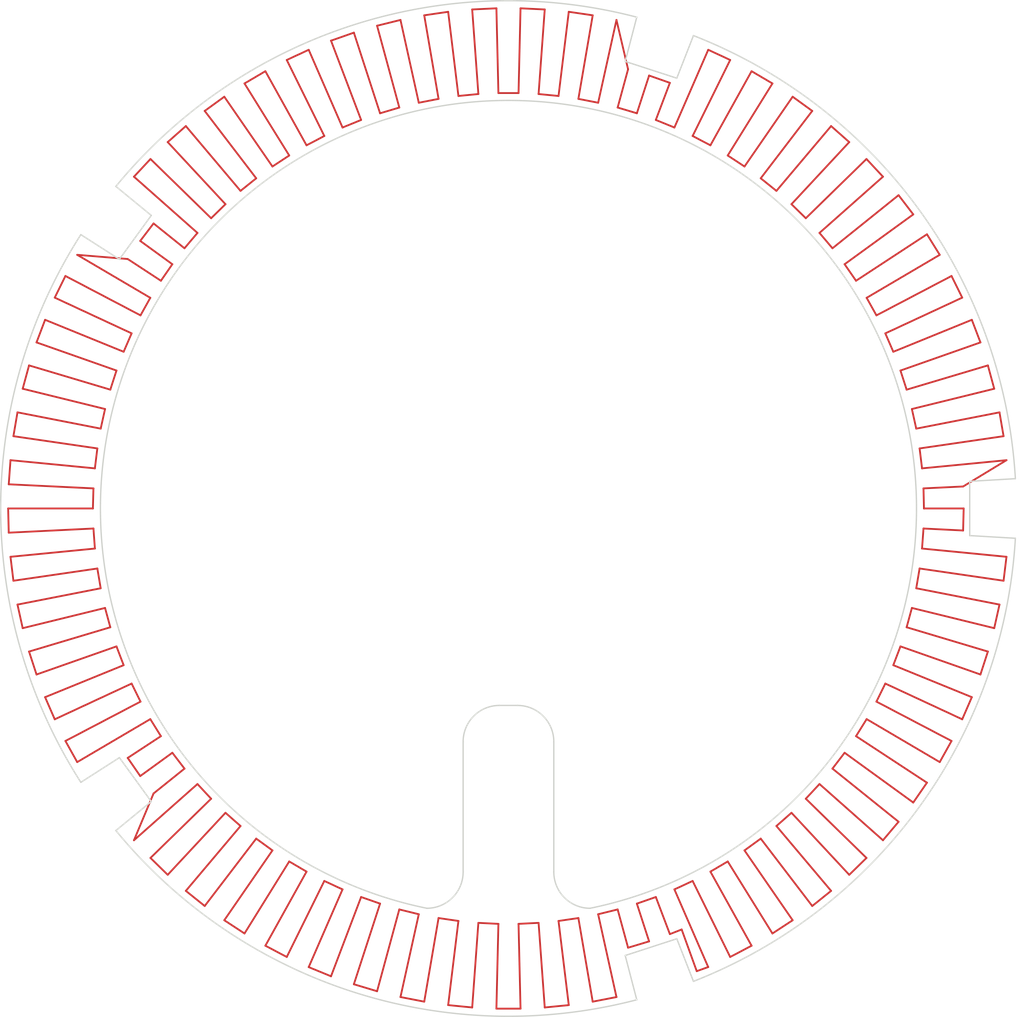
<source format=kicad_pcb>
(kicad_pcb (version 20171130) (host pcbnew 5.1.2-f72e74a~84~ubuntu18.04.1)

  (general
    (thickness 0.2)
    (drawings 35)
    (tracks 262)
    (zones 0)
    (modules 0)
    (nets 1)
  )

  (page A4)
  (layers
    (0 F.Cu signal)
    (31 B.Cu signal)
    (32 B.Adhes user)
    (33 F.Adhes user)
    (34 B.Paste user)
    (35 F.Paste user)
    (36 B.SilkS user)
    (37 F.SilkS user)
    (38 B.Mask user)
    (39 F.Mask user)
    (40 Dwgs.User user)
    (41 Cmts.User user)
    (42 Eco1.User user)
    (43 Eco2.User user)
    (44 Edge.Cuts user)
    (45 Margin user)
    (46 B.CrtYd user)
    (47 F.CrtYd user)
    (48 B.Fab user)
    (49 F.Fab user)
  )

  (setup
    (last_trace_width 0.2)
    (user_trace_width 0.1)
    (user_trace_width 0.15)
    (user_trace_width 0.2)
    (trace_clearance 0.1)
    (zone_clearance 0.508)
    (zone_45_only no)
    (trace_min 0.1)
    (via_size 0.6)
    (via_drill 0.4)
    (via_min_size 0.4)
    (via_min_drill 0.3)
    (uvia_size 0.3)
    (uvia_drill 0.1)
    (uvias_allowed no)
    (uvia_min_size 0.2)
    (uvia_min_drill 0.1)
    (edge_width 0.15)
    (segment_width 0.15)
    (pcb_text_width 0.3)
    (pcb_text_size 1.5 1.5)
    (mod_edge_width 0.15)
    (mod_text_size 1 1)
    (mod_text_width 0.15)
    (pad_size 1.524 1.524)
    (pad_drill 0.762)
    (pad_to_mask_clearance 0.2)
    (aux_axis_origin 0 0)
    (visible_elements 7FFFFFFF)
    (pcbplotparams
      (layerselection 0x010fc_ffffffff)
      (usegerberextensions false)
      (usegerberattributes false)
      (usegerberadvancedattributes false)
      (creategerberjobfile false)
      (excludeedgelayer true)
      (linewidth 0.150000)
      (plotframeref false)
      (viasonmask false)
      (mode 1)
      (useauxorigin false)
      (hpglpennumber 1)
      (hpglpenspeed 20)
      (hpglpendiameter 15.000000)
      (psnegative false)
      (psa4output false)
      (plotreference true)
      (plotvalue true)
      (plotinvisibletext false)
      (padsonsilk false)
      (subtractmaskfromsilk false)
      (outputformat 1)
      (mirror false)
      (drillshape 1)
      (scaleselection 1)
      (outputdirectory ""))
  )

  (net 0 "")

  (net_class Default "This is the default net class."
    (clearance 0.1)
    (trace_width 0.25)
    (via_dia 0.6)
    (via_drill 0.4)
    (uvia_dia 0.3)
    (uvia_drill 0.1)
  )

  (gr_line (start 149.9 100) (end 150.1 100) (layer Eco1.User) (width 0.2))
  (gr_line (start 150 100.1) (end 150 99.9) (layer Eco1.User) (width 0.2))
  (gr_circle (center 203.8 100) (end 206.8 100) (layer Eco1.User) (width 0.15))
  (gr_arc (start 150 100) (end 205.90346 103.2869) (angle 65.27022) (layer Edge.Cuts) (width 0.15))
  (gr_line (start 200.86516 97.00933) (end 205.90346 96.7131) (layer Edge.Cuts) (width 0.15))
  (gr_line (start 200.86516 102.99067) (end 205.90346 103.2869) (layer Edge.Cuts) (width 0.15))
  (gr_line (start 200.86516 97.00933) (end 200.86516 102.99067) (layer Edge.Cuts) (width 0.15))
  (gr_circle (center 166.62511 151.16684) (end 169.62511 151.16684) (layer Eco1.User) (width 0.15))
  (gr_arc (start 150 100) (end 164.14909 154.18305) (angle 65.27022) (layer Edge.Cuts) (width 0.15))
  (gr_line (start 168.56249 147.45147) (end 170.40114 152.15164) (layer Edge.Cuts) (width 0.15))
  (gr_line (start 162.8739 149.29981) (end 164.14909 154.18305) (layer Edge.Cuts) (width 0.15))
  (gr_line (start 168.56249 147.45147) (end 162.8739 149.29981) (layer Edge.Cuts) (width 0.15))
  (gr_circle (center 106.47489 131.62285) (end 109.47489 131.62285) (layer Eco1.User) (width 0.15))
  (gr_arc (start 150 100) (end 102.84116 130.20007) (angle 65.27022) (layer Edge.Cuts) (width 0.15))
  (gr_line (start 110.60709 132.31729) (end 106.70515 135.51838) (layer Edge.Cuts) (width 0.15))
  (gr_line (start 107.09135 127.47829) (end 102.84116 130.20007) (layer Edge.Cuts) (width 0.15))
  (gr_line (start 110.60709 132.31729) (end 107.09135 127.47829) (layer Edge.Cuts) (width 0.15))
  (gr_circle (center 106.47489 68.37715) (end 109.47489 68.37715) (layer Eco1.User) (width 0.15))
  (gr_arc (start 150 100) (end 106.70515 64.48162) (angle 65.27022) (layer Edge.Cuts) (width 0.15))
  (gr_line (start 107.09135 72.52171) (end 102.84116 69.79993) (layer Edge.Cuts) (width 0.15))
  (gr_line (start 110.60709 67.68271) (end 106.70515 64.48162) (layer Edge.Cuts) (width 0.15))
  (gr_line (start 107.09135 72.52171) (end 110.60709 67.68271) (layer Edge.Cuts) (width 0.15))
  (gr_circle (center 166.62511 48.83316) (end 169.62511 48.83316) (layer Eco1.User) (width 0.15))
  (gr_arc (start 150 100) (end 170.40114 47.84836) (angle 65.27022) (layer Edge.Cuts) (width 0.15))
  (gr_line (start 162.8739 50.70019) (end 164.14909 45.81695) (layer Edge.Cuts) (width 0.15))
  (gr_line (start 168.56249 52.54853) (end 170.40114 47.84836) (layer Edge.Cuts) (width 0.15))
  (gr_line (start 162.8739 50.70019) (end 168.56249 52.54853) (layer Edge.Cuts) (width 0.15))
  (gr_line (start 149 121.72136) (end 151 121.72136) (layer Edge.Cuts) (width 0.15))
  (gr_arc (start 149 125.72136) (end 145 125.72136) (angle 90) (layer Edge.Cuts) (width 0.15))
  (gr_arc (start 151 125.72136) (end 151 121.72136) (angle 90) (layer Edge.Cuts) (width 0.15))
  (gr_arc (start 141 140.09082) (end 145 140.09082) (angle 90) (layer Edge.Cuts) (width 0.15))
  (gr_arc (start 159 140.09082) (end 159 144.09082) (angle 90) (layer Edge.Cuts) (width 0.15))
  (gr_line (start 145 140.09082) (end 145 125.72136) (layer Edge.Cuts) (width 0.15))
  (gr_line (start 155 140.09082) (end 155 125.72136) (layer Edge.Cuts) (width 0.15))
  (gr_arc (start 150 100) (end 141 144.09082) (angle 336.92608) (layer Edge.Cuts) (width 0.15))

  (segment (start 170.763008 151.026361) (end 172.028357 150.570142) (width 0.2) (layer F.Cu) (net 0))
  (segment (start 167.8 146.94) (end 169.1 146.43) (width 0.2) (layer F.Cu) (net 0))
  (segment (start 164.16 143.58) (end 166.25 142.85) (width 0.2) (layer F.Cu) (net 0))
  (segment (start 162.04 144.22) (end 163.19 148.44) (width 0.2) (layer F.Cu) (net 0))
  (segment (start 159.89 144.75) (end 162.04 144.22) (width 0.2) (layer F.Cu) (net 0))
  (segment (start 161.91 153.88) (end 159.89 144.75) (width 0.2) (layer F.Cu) (net 0))
  (segment (start 159.29 154.39) (end 161.91 153.88) (width 0.2) (layer F.Cu) (net 0))
  (segment (start 157.71 145.17) (end 159.29 154.39) (width 0.2) (layer F.Cu) (net 0))
  (segment (start 154 155.03) (end 156.65 154.77) (width 0.2) (layer F.Cu) (net 0))
  (segment (start 151.11 145.81) (end 153.32 145.7) (width 0.2) (layer F.Cu) (net 0))
  (segment (start 151.33 155.16) (end 151.11 145.81) (width 0.2) (layer F.Cu) (net 0))
  (segment (start 148.89 145.81) (end 148.67 155.16) (width 0.2) (layer F.Cu) (net 0))
  (segment (start 146 155.03) (end 146.68 145.7) (width 0.2) (layer F.Cu) (net 0))
  (segment (start 142.29 145.17) (end 144.48 145.49) (width 0.2) (layer F.Cu) (net 0))
  (segment (start 140.71 154.39) (end 142.29 145.17) (width 0.2) (layer F.Cu) (net 0))
  (segment (start 138.09 153.88) (end 140.71 154.39) (width 0.2) (layer F.Cu) (net 0))
  (segment (start 140.11 144.75) (end 138.09 153.88) (width 0.2) (layer F.Cu) (net 0))
  (segment (start 132.95 152.47) (end 135.51 153.24) (width 0.2) (layer F.Cu) (net 0))
  (segment (start 127.97 150.58) (end 130.43 151.59) (width 0.2) (layer F.Cu) (net 0))
  (segment (start 131.7 142.01) (end 127.97 150.58) (width 0.2) (layer F.Cu) (net 0))
  (segment (start 143.35 154.77) (end 146 155.03) (width 0.2) (layer F.Cu) (net 0))
  (segment (start 125.55 149.46) (end 129.69 141.08) (width 0.2) (layer F.Cu) (net 0))
  (segment (start 127.73 140.05) (end 123.19 148.22) (width 0.2) (layer F.Cu) (net 0))
  (segment (start 125.82 138.93) (end 127.73 140.05) (width 0.2) (layer F.Cu) (net 0))
  (segment (start 120.89 146.87) (end 125.82 138.93) (width 0.2) (layer F.Cu) (net 0))
  (segment (start 118.66 145.41) (end 120.89 146.87) (width 0.2) (layer F.Cu) (net 0))
  (segment (start 122.18 136.41) (end 123.97 137.71) (width 0.2) (layer F.Cu) (net 0))
  (segment (start 116.5 143.84) (end 122.18 136.41) (width 0.2) (layer F.Cu) (net 0))
  (segment (start 114.42 142.17) (end 116.5 143.84) (width 0.2) (layer F.Cu) (net 0))
  (segment (start 120.45 135.02) (end 114.42 142.17) (width 0.2) (layer F.Cu) (net 0))
  (segment (start 118.79 133.56) (end 120.45 135.02) (width 0.2) (layer F.Cu) (net 0))
  (segment (start 110.52 138.54) (end 112.42 140.4) (width 0.2) (layer F.Cu) (net 0))
  (segment (start 108.7 136.59) (end 115.7 130.39) (width 0.2) (layer F.Cu) (net 0))
  (segment (start 110.86 131.43) (end 108.7 136.59) (width 0.2) (layer F.Cu) (net 0))
  (segment (start 109.42 121.3) (end 101.14 125.64) (width 0.2) (layer F.Cu) (net 0))
  (segment (start 108.44 119.31) (end 109.42 121.3) (width 0.2) (layer F.Cu) (net 0))
  (segment (start 98.898 120.81) (end 99.963 123.25) (width 0.2) (layer F.Cu) (net 0))
  (segment (start 106.09 113.1) (end 97.129 115.78) (width 0.2) (layer F.Cu) (net 0))
  (segment (start 105.51 110.97) (end 106.09 113.1) (width 0.2) (layer F.Cu) (net 0))
  (segment (start 96.428 113.2) (end 105.51 110.97) (width 0.2) (layer F.Cu) (net 0))
  (segment (start 95.853 110.6) (end 96.428 113.2) (width 0.2) (layer F.Cu) (net 0))
  (segment (start 105.03 108.8) (end 95.853 110.6) (width 0.2) (layer F.Cu) (net 0))
  (segment (start 104.39 104.42) (end 95.083 105.33) (width 0.2) (layer F.Cu) (net 0))
  (segment (start 104.23 102.21) (end 104.39 104.42) (width 0.2) (layer F.Cu) (net 0))
  (segment (start 104.17 100) (end 94.825 100) (width 0.2) (layer F.Cu) (net 0))
  (segment (start 95.083 105.33) (end 95.404 107.97) (width 0.2) (layer F.Cu) (net 0))
  (segment (start 104.23 97.786) (end 104.17 100) (width 0.2) (layer F.Cu) (net 0))
  (segment (start 137.96 144.22) (end 140.11 144.75) (width 0.2) (layer F.Cu) (net 0))
  (segment (start 95.083 94.675) (end 94.889 97.334) (width 0.2) (layer F.Cu) (net 0))
  (segment (start 104.39 95.577) (end 95.083 94.675) (width 0.2) (layer F.Cu) (net 0))
  (segment (start 104.66 93.379) (end 104.39 95.577) (width 0.2) (layer F.Cu) (net 0))
  (segment (start 95.853 89.399) (end 95.404 92.028) (width 0.2) (layer F.Cu) (net 0))
  (segment (start 165.51 147.74) (end 164.16 143.58) (width 0.2) (layer F.Cu) (net 0))
  (segment (start 105.51 89.033) (end 105.03 91.196) (width 0.2) (layer F.Cu) (net 0))
  (segment (start 163.19 148.44) (end 165.51 147.74) (width 0.2) (layer F.Cu) (net 0))
  (segment (start 96.428 86.796) (end 105.51 89.033) (width 0.2) (layer F.Cu) (net 0))
  (segment (start 97.129 84.223) (end 96.428 86.796) (width 0.2) (layer F.Cu) (net 0))
  (segment (start 108.01 127.51) (end 109.39 129.51) (width 0.2) (layer F.Cu) (net 0))
  (segment (start 196.15 69.763) (end 188.33 74.887) (width 0.2) (layer F.Cu) (net 0))
  (segment (start 155.52 145.49) (end 157.71 145.17) (width 0.2) (layer F.Cu) (net 0))
  (segment (start 166.25 57.153) (end 167.8 53.062) (width 0.2) (layer F.Cu) (net 0))
  (segment (start 189.5 76.769) (end 197.56 72.028) (width 0.2) (layer F.Cu) (net 0))
  (segment (start 120.45 64.975) (end 114.42 57.829) (width 0.2) (layer F.Cu) (net 0))
  (segment (start 105.03 91.196) (end 95.853 89.399) (width 0.2) (layer F.Cu) (net 0))
  (segment (start 198.86 74.359) (end 190.58 78.704) (width 0.2) (layer F.Cu) (net 0))
  (segment (start 176.03 137.71) (end 177.82 136.41) (width 0.2) (layer F.Cu) (net 0))
  (segment (start 125.82 61.073) (end 123.97 62.287) (width 0.2) (layer F.Cu) (net 0))
  (segment (start 193.23 115.21) (end 202.05 118.31) (width 0.2) (layer F.Cu) (net 0))
  (segment (start 110.52 61.46) (end 108.7 63.412) (width 0.2) (layer F.Cu) (net 0))
  (segment (start 130.43 151.59) (end 133.75 142.85) (width 0.2) (layer F.Cu) (net 0))
  (segment (start 194.49 89.033) (end 203.57 86.796) (width 0.2) (layer F.Cu) (net 0))
  (segment (start 194.97 91.196) (end 194.49 89.033) (width 0.2) (layer F.Cu) (net 0))
  (segment (start 187.07 73.065) (end 194.64 67.569) (width 0.2) (layer F.Cu) (net 0))
  (segment (start 204.6 92.028) (end 204.15 89.399) (width 0.2) (layer F.Cu) (net 0))
  (segment (start 204.92 94.675) (end 195.61 95.577) (width 0.2) (layer F.Cu) (net 0))
  (segment (start 97.953 81.687) (end 106.77 84.79) (width 0.2) (layer F.Cu) (net 0))
  (segment (start 195.77 97.786) (end 200.14 97.575) (width 0.2) (layer F.Cu) (net 0))
  (segment (start 167.8 53.062) (end 165.51 52.257) (width 0.2) (layer F.Cu) (net 0))
  (segment (start 148.67 155.16) (end 151.33 155.16) (width 0.2) (layer F.Cu) (net 0))
  (segment (start 195.82 100) (end 195.77 97.786) (width 0.2) (layer F.Cu) (net 0))
  (segment (start 177.82 136.41) (end 183.5 143.84) (width 0.2) (layer F.Cu) (net 0))
  (segment (start 200.2 100) (end 195.82 100) (width 0.2) (layer F.Cu) (net 0))
  (segment (start 187.58 140.4) (end 189.48 138.54) (width 0.2) (layer F.Cu) (net 0))
  (segment (start 157.71 54.829) (end 159.29 45.613) (width 0.2) (layer F.Cu) (net 0))
  (segment (start 108.01 72.49) (end 102.44 72.028) (width 0.2) (layer F.Cu) (net 0))
  (segment (start 200.14 102.43) (end 200.2 100) (width 0.2) (layer F.Cu) (net 0))
  (segment (start 135.51 46.763) (end 137.96 55.785) (width 0.2) (layer F.Cu) (net 0))
  (segment (start 111.67 74.887) (end 108.01 72.49) (width 0.2) (layer F.Cu) (net 0))
  (segment (start 192.44 117.28) (end 193.23 115.21) (width 0.2) (layer F.Cu) (net 0))
  (segment (start 95.404 92.028) (end 104.66 93.379) (width 0.2) (layer F.Cu) (net 0))
  (segment (start 195.61 104.42) (end 195.77 102.21) (width 0.2) (layer F.Cu) (net 0))
  (segment (start 156.65 154.77) (end 155.52 145.49) (width 0.2) (layer F.Cu) (net 0))
  (segment (start 130.43 48.41) (end 133.75 57.153) (width 0.2) (layer F.Cu) (net 0))
  (segment (start 204.92 105.33) (end 195.61 104.42) (width 0.2) (layer F.Cu) (net 0))
  (segment (start 193.23 84.79) (end 202.05 81.687) (width 0.2) (layer F.Cu) (net 0))
  (segment (start 194.64 67.569) (end 193.02 65.45) (width 0.2) (layer F.Cu) (net 0))
  (segment (start 169.1 146.43) (end 170.763008 151.026361) (width 0.2) (layer F.Cu) (net 0))
  (segment (start 195.77 102.21) (end 200.14 102.43) (width 0.2) (layer F.Cu) (net 0))
  (segment (start 97.129 115.78) (end 97.953 118.31) (width 0.2) (layer F.Cu) (net 0))
  (segment (start 190.58 78.704) (end 189.5 76.769) (width 0.2) (layer F.Cu) (net 0))
  (segment (start 140.11 55.255) (end 138.09 46.125) (width 0.2) (layer F.Cu) (net 0))
  (segment (start 190.58 121.3) (end 191.56 119.31) (width 0.2) (layer F.Cu) (net 0))
  (segment (start 194.97 108.8) (end 195.34 106.62) (width 0.2) (layer F.Cu) (net 0))
  (segment (start 137.96 55.785) (end 135.84 56.418) (width 0.2) (layer F.Cu) (net 0))
  (segment (start 193.91 113.1) (end 194.49 110.97) (width 0.2) (layer F.Cu) (net 0))
  (segment (start 135.84 143.58) (end 132.95 152.47) (width 0.2) (layer F.Cu) (net 0))
  (segment (start 202.05 81.687) (end 201.1 79.194) (width 0.2) (layer F.Cu) (net 0))
  (segment (start 204.15 89.399) (end 194.97 91.196) (width 0.2) (layer F.Cu) (net 0))
  (segment (start 191.56 119.31) (end 200.04 123.25) (width 0.2) (layer F.Cu) (net 0))
  (segment (start 179.55 64.975) (end 177.82 63.588) (width 0.2) (layer F.Cu) (net 0))
  (segment (start 202.87 115.78) (end 193.91 113.1) (width 0.2) (layer F.Cu) (net 0))
  (segment (start 101.14 125.64) (end 102.44 127.97) (width 0.2) (layer F.Cu) (net 0))
  (segment (start 181.21 66.444) (end 187.58 59.597) (width 0.2) (layer F.Cu) (net 0))
  (segment (start 181.21 133.56) (end 187.58 140.4) (width 0.2) (layer F.Cu) (net 0))
  (segment (start 155.52 54.509) (end 153.32 54.295) (width 0.2) (layer F.Cu) (net 0))
  (segment (start 195.34 93.379) (end 204.6 92.028) (width 0.2) (layer F.Cu) (net 0))
  (segment (start 185.58 142.17) (end 179.55 135.02) (width 0.2) (layer F.Cu) (net 0))
  (segment (start 112.93 126.94) (end 114.27 128.69) (width 0.2) (layer F.Cu) (net 0))
  (segment (start 170.31 141.08) (end 174.45 149.46) (width 0.2) (layer F.Cu) (net 0))
  (segment (start 132.95 47.525) (end 130.43 48.41) (width 0.2) (layer F.Cu) (net 0))
  (segment (start 94.825 100) (end 94.889 102.67) (width 0.2) (layer F.Cu) (net 0))
  (segment (start 179.55 135.02) (end 181.21 133.56) (width 0.2) (layer F.Cu) (net 0))
  (segment (start 129.69 141.08) (end 131.7 142.01) (width 0.2) (layer F.Cu) (net 0))
  (segment (start 110.5 76.769) (end 109.42 78.704) (width 0.2) (layer F.Cu) (net 0))
  (segment (start 183.5 143.84) (end 185.58 142.17) (width 0.2) (layer F.Cu) (net 0))
  (segment (start 202.05 118.31) (end 202.87 115.78) (width 0.2) (layer F.Cu) (net 0))
  (segment (start 198.86 125.64) (end 190.58 121.3) (width 0.2) (layer F.Cu) (net 0))
  (segment (start 144.48 145.49) (end 143.35 154.77) (width 0.2) (layer F.Cu) (net 0))
  (segment (start 168.3 142.01) (end 170.31 141.08) (width 0.2) (layer F.Cu) (net 0))
  (segment (start 109.42 78.704) (end 101.14 74.359) (width 0.2) (layer F.Cu) (net 0))
  (segment (start 115.7 130.39) (end 117.21 132.01) (width 0.2) (layer F.Cu) (net 0))
  (segment (start 174.18 138.93) (end 179.11 146.87) (width 0.2) (layer F.Cu) (net 0))
  (segment (start 112.42 140.4) (end 118.79 133.56) (width 0.2) (layer F.Cu) (net 0))
  (segment (start 200.14 97.575) (end 204.92 94.675) (width 0.2) (layer F.Cu) (net 0))
  (segment (start 109.39 129.51) (end 112.93 126.94) (width 0.2) (layer F.Cu) (net 0))
  (segment (start 172.27 140.05) (end 174.18 138.93) (width 0.2) (layer F.Cu) (net 0))
  (segment (start 153.32 145.7) (end 154 155.03) (width 0.2) (layer F.Cu) (net 0))
  (segment (start 203.57 86.796) (end 202.87 84.223) (width 0.2) (layer F.Cu) (net 0))
  (segment (start 197.56 127.97) (end 198.86 125.64) (width 0.2) (layer F.Cu) (net 0))
  (segment (start 201.1 79.194) (end 192.44 82.72) (width 0.2) (layer F.Cu) (net 0))
  (segment (start 202.87 84.223) (end 193.91 86.897) (width 0.2) (layer F.Cu) (net 0))
  (segment (start 200.04 123.25) (end 201.1 120.81) (width 0.2) (layer F.Cu) (net 0))
  (segment (start 176.81 148.22) (end 172.27 140.05) (width 0.2) (layer F.Cu) (net 0))
  (segment (start 111.67 125.11) (end 108.01 127.51) (width 0.2) (layer F.Cu) (net 0))
  (segment (start 102.44 72.028) (end 110.5 76.769) (width 0.2) (layer F.Cu) (net 0))
  (segment (start 176.81 51.779) (end 172.27 59.95) (width 0.2) (layer F.Cu) (net 0))
  (segment (start 200.04 76.749) (end 198.86 74.359) (width 0.2) (layer F.Cu) (net 0))
  (segment (start 204.15 110.6) (end 194.97 108.8) (width 0.2) (layer F.Cu) (net 0))
  (segment (start 181.34 145.41) (end 176.03 137.71) (width 0.2) (layer F.Cu) (net 0))
  (segment (start 153.32 54.295) (end 154 44.97) (width 0.2) (layer F.Cu) (net 0))
  (segment (start 201.1 120.81) (end 192.44 117.28) (width 0.2) (layer F.Cu) (net 0))
  (segment (start 144.48 54.509) (end 143.35 45.227) (width 0.2) (layer F.Cu) (net 0))
  (segment (start 172.03 150.58) (end 168.3 142.01) (width 0.2) (layer F.Cu) (net 0))
  (segment (start 107.56 82.72) (end 98.898 79.194) (width 0.2) (layer F.Cu) (net 0))
  (segment (start 189.48 138.54) (end 182.79 132.01) (width 0.2) (layer F.Cu) (net 0))
  (segment (start 94.889 97.334) (end 104.23 97.786) (width 0.2) (layer F.Cu) (net 0))
  (segment (start 184.3 69.612) (end 191.3 63.412) (width 0.2) (layer F.Cu) (net 0))
  (segment (start 114.27 71.305) (end 110.86 68.566) (width 0.2) (layer F.Cu) (net 0))
  (segment (start 133.75 142.85) (end 135.84 143.58) (width 0.2) (layer F.Cu) (net 0))
  (segment (start 193.02 65.45) (end 185.73 71.305) (width 0.2) (layer F.Cu) (net 0))
  (segment (start 110.5 123.23) (end 111.67 125.11) (width 0.2) (layer F.Cu) (net 0))
  (segment (start 174.18 61.073) (end 179.11 53.131) (width 0.2) (layer F.Cu) (net 0))
  (segment (start 194.64 132.43) (end 196.15 130.24) (width 0.2) (layer F.Cu) (net 0))
  (segment (start 123.19 148.22) (end 125.55 149.46) (width 0.2) (layer F.Cu) (net 0))
  (segment (start 182.79 132.01) (end 184.3 130.39) (width 0.2) (layer F.Cu) (net 0))
  (segment (start 184.3 130.39) (end 191.3 136.59) (width 0.2) (layer F.Cu) (net 0))
  (segment (start 191.3 136.59) (end 193.02 134.55) (width 0.2) (layer F.Cu) (net 0))
  (segment (start 193.02 134.55) (end 185.73 128.69) (width 0.2) (layer F.Cu) (net 0))
  (segment (start 185.73 128.69) (end 187.07 126.94) (width 0.2) (layer F.Cu) (net 0))
  (segment (start 187.07 126.94) (end 194.64 132.43) (width 0.2) (layer F.Cu) (net 0))
  (segment (start 196.15 130.24) (end 188.33 125.11) (width 0.2) (layer F.Cu) (net 0))
  (segment (start 129.69 58.921) (end 127.73 59.95) (width 0.2) (layer F.Cu) (net 0))
  (segment (start 123.97 137.71) (end 118.66 145.41) (width 0.2) (layer F.Cu) (net 0))
  (segment (start 197.56 72.028) (end 196.15 69.763) (width 0.2) (layer F.Cu) (net 0))
  (segment (start 194.49 110.97) (end 203.57 113.2) (width 0.2) (layer F.Cu) (net 0))
  (segment (start 192.44 82.72) (end 191.56 80.689) (width 0.2) (layer F.Cu) (net 0))
  (segment (start 125.55 50.54) (end 129.69 58.921) (width 0.2) (layer F.Cu) (net 0))
  (segment (start 189.5 123.23) (end 197.56 127.97) (width 0.2) (layer F.Cu) (net 0))
  (segment (start 112.93 73.065) (end 111.67 74.887) (width 0.2) (layer F.Cu) (net 0))
  (segment (start 191.56 80.689) (end 200.04 76.749) (width 0.2) (layer F.Cu) (net 0))
  (segment (start 97.953 118.31) (end 106.77 115.21) (width 0.2) (layer F.Cu) (net 0))
  (segment (start 138.09 46.125) (end 135.51 46.763) (width 0.2) (layer F.Cu) (net 0))
  (segment (start 191.3 63.412) (end 189.48 61.46) (width 0.2) (layer F.Cu) (net 0))
  (segment (start 189.48 61.46) (end 182.79 67.991) (width 0.2) (layer F.Cu) (net 0))
  (segment (start 182.79 67.991) (end 181.21 66.444) (width 0.2) (layer F.Cu) (net 0))
  (segment (start 204.6 107.97) (end 204.92 105.33) (width 0.2) (layer F.Cu) (net 0))
  (segment (start 187.58 59.597) (end 185.58 57.829) (width 0.2) (layer F.Cu) (net 0))
  (segment (start 94.889 102.67) (end 104.23 102.21) (width 0.2) (layer F.Cu) (net 0))
  (segment (start 185.58 57.829) (end 179.55 64.975) (width 0.2) (layer F.Cu) (net 0))
  (segment (start 177.82 63.588) (end 183.5 56.159) (width 0.2) (layer F.Cu) (net 0))
  (segment (start 183.5 56.159) (end 181.34 54.592) (width 0.2) (layer F.Cu) (net 0))
  (segment (start 112.42 59.597) (end 118.79 66.444) (width 0.2) (layer F.Cu) (net 0))
  (segment (start 181.34 54.592) (end 176.03 62.287) (width 0.2) (layer F.Cu) (net 0))
  (segment (start 102.44 127.97) (end 110.5 123.23) (width 0.2) (layer F.Cu) (net 0))
  (segment (start 176.03 62.287) (end 174.18 61.073) (width 0.2) (layer F.Cu) (net 0))
  (segment (start 95.404 107.97) (end 104.66 106.62) (width 0.2) (layer F.Cu) (net 0))
  (segment (start 179.11 53.131) (end 176.81 51.779) (width 0.2) (layer F.Cu) (net 0))
  (segment (start 174.45 149.46) (end 176.81 148.22) (width 0.2) (layer F.Cu) (net 0))
  (segment (start 161.91 46.125) (end 159.89 55.255) (width 0.2) (layer F.Cu) (net 0))
  (segment (start 142.29 54.829) (end 140.11 55.255) (width 0.2) (layer F.Cu) (net 0))
  (segment (start 151.33 44.841) (end 151.11 54.188) (width 0.2) (layer F.Cu) (net 0))
  (segment (start 172.27 59.95) (end 170.31 58.921) (width 0.2) (layer F.Cu) (net 0))
  (segment (start 188.33 74.887) (end 187.07 73.065) (width 0.2) (layer F.Cu) (net 0))
  (segment (start 170.31 58.921) (end 174.45 50.54) (width 0.2) (layer F.Cu) (net 0))
  (segment (start 123.19 51.779) (end 120.89 53.131) (width 0.2) (layer F.Cu) (net 0))
  (segment (start 106.09 86.897) (end 97.129 84.223) (width 0.2) (layer F.Cu) (net 0))
  (segment (start 174.45 50.54) (end 172.03 49.416) (width 0.2) (layer F.Cu) (net 0))
  (segment (start 172.03 49.416) (end 168.3 57.988) (width 0.2) (layer F.Cu) (net 0))
  (segment (start 168.3 57.988) (end 166.25 57.153) (width 0.2) (layer F.Cu) (net 0))
  (segment (start 114.27 128.69) (end 110.86 131.43) (width 0.2) (layer F.Cu) (net 0))
  (segment (start 159.29 45.613) (end 156.65 45.227) (width 0.2) (layer F.Cu) (net 0))
  (segment (start 165.51 52.257) (end 164.16 56.418) (width 0.2) (layer F.Cu) (net 0))
  (segment (start 164.16 56.418) (end 162.04 55.785) (width 0.2) (layer F.Cu) (net 0))
  (segment (start 162.04 55.785) (end 163.19 51.563) (width 0.2) (layer F.Cu) (net 0))
  (segment (start 123.97 62.287) (end 118.66 54.592) (width 0.2) (layer F.Cu) (net 0))
  (segment (start 163.19 51.563) (end 161.91 46.125) (width 0.2) (layer F.Cu) (net 0))
  (segment (start 179.11 146.87) (end 181.34 145.41) (width 0.2) (layer F.Cu) (net 0))
  (segment (start 154 44.97) (end 151.33 44.841) (width 0.2) (layer F.Cu) (net 0))
  (segment (start 195.34 106.62) (end 204.6 107.97) (width 0.2) (layer F.Cu) (net 0))
  (segment (start 159.89 55.255) (end 157.71 54.829) (width 0.2) (layer F.Cu) (net 0))
  (segment (start 185.73 71.305) (end 184.3 69.612) (width 0.2) (layer F.Cu) (net 0))
  (segment (start 188.33 125.11) (end 189.5 123.23) (width 0.2) (layer F.Cu) (net 0))
  (segment (start 156.65 45.227) (end 155.52 54.509) (width 0.2) (layer F.Cu) (net 0))
  (segment (start 151.11 54.188) (end 148.89 54.188) (width 0.2) (layer F.Cu) (net 0))
  (segment (start 148.89 54.188) (end 148.67 44.841) (width 0.2) (layer F.Cu) (net 0))
  (segment (start 146.68 145.7) (end 148.89 145.81) (width 0.2) (layer F.Cu) (net 0))
  (segment (start 148.67 44.841) (end 146 44.97) (width 0.2) (layer F.Cu) (net 0))
  (segment (start 118.79 66.444) (end 117.21 67.991) (width 0.2) (layer F.Cu) (net 0))
  (segment (start 146 44.97) (end 146.68 54.295) (width 0.2) (layer F.Cu) (net 0))
  (segment (start 135.51 153.24) (end 137.96 144.22) (width 0.2) (layer F.Cu) (net 0))
  (segment (start 143.35 45.227) (end 140.71 45.613) (width 0.2) (layer F.Cu) (net 0))
  (segment (start 140.71 45.613) (end 142.29 54.829) (width 0.2) (layer F.Cu) (net 0))
  (segment (start 127.97 49.416) (end 125.55 50.54) (width 0.2) (layer F.Cu) (net 0))
  (segment (start 117.21 132.01) (end 110.52 138.54) (width 0.2) (layer F.Cu) (net 0))
  (segment (start 135.84 56.418) (end 132.95 47.525) (width 0.2) (layer F.Cu) (net 0))
  (segment (start 99.963 123.25) (end 108.44 119.31) (width 0.2) (layer F.Cu) (net 0))
  (segment (start 133.75 57.153) (end 131.7 57.988) (width 0.2) (layer F.Cu) (net 0))
  (segment (start 104.66 106.62) (end 105.03 108.8) (width 0.2) (layer F.Cu) (net 0))
  (segment (start 131.7 57.988) (end 127.97 49.416) (width 0.2) (layer F.Cu) (net 0))
  (segment (start 122.18 63.588) (end 120.45 64.975) (width 0.2) (layer F.Cu) (net 0))
  (segment (start 127.73 59.95) (end 123.19 51.779) (width 0.2) (layer F.Cu) (net 0))
  (segment (start 120.89 53.131) (end 125.82 61.073) (width 0.2) (layer F.Cu) (net 0))
  (segment (start 118.66 54.592) (end 116.5 56.159) (width 0.2) (layer F.Cu) (net 0))
  (segment (start 116.5 56.159) (end 122.18 63.588) (width 0.2) (layer F.Cu) (net 0))
  (segment (start 114.42 57.829) (end 112.42 59.597) (width 0.2) (layer F.Cu) (net 0))
  (segment (start 117.21 67.991) (end 110.52 61.46) (width 0.2) (layer F.Cu) (net 0))
  (segment (start 193.91 86.897) (end 193.23 84.79) (width 0.2) (layer F.Cu) (net 0))
  (segment (start 146.68 54.295) (end 144.48 54.509) (width 0.2) (layer F.Cu) (net 0))
  (segment (start 108.7 63.412) (end 115.7 69.612) (width 0.2) (layer F.Cu) (net 0))
  (segment (start 115.7 69.612) (end 114.27 71.305) (width 0.2) (layer F.Cu) (net 0))
  (segment (start 106.77 115.21) (end 107.56 117.28) (width 0.2) (layer F.Cu) (net 0))
  (segment (start 110.86 68.566) (end 109.39 70.493) (width 0.2) (layer F.Cu) (net 0))
  (segment (start 109.39 70.493) (end 112.93 73.065) (width 0.2) (layer F.Cu) (net 0))
  (segment (start 101.14 74.359) (end 99.963 76.749) (width 0.2) (layer F.Cu) (net 0))
  (segment (start 166.25 142.85) (end 167.8 146.94) (width 0.2) (layer F.Cu) (net 0))
  (segment (start 99.963 76.749) (end 108.44 80.689) (width 0.2) (layer F.Cu) (net 0))
  (segment (start 108.44 80.689) (end 107.56 82.72) (width 0.2) (layer F.Cu) (net 0))
  (segment (start 107.56 117.28) (end 98.898 120.81) (width 0.2) (layer F.Cu) (net 0))
  (segment (start 203.57 113.2) (end 204.15 110.6) (width 0.2) (layer F.Cu) (net 0))
  (segment (start 98.898 79.194) (end 97.953 81.687) (width 0.2) (layer F.Cu) (net 0))
  (segment (start 195.61 95.577) (end 195.34 93.379) (width 0.2) (layer F.Cu) (net 0))
  (segment (start 106.77 84.79) (end 106.09 86.897) (width 0.2) (layer F.Cu) (net 0))

)

</source>
